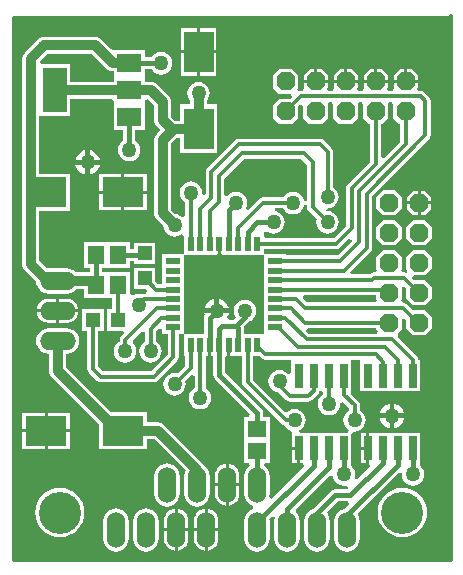
<source format=gtl>
%FSLAX44Y44*%
%MOMM*%
G71*
G01*
G75*
G04 Layer_Physical_Order=1*
G04 Layer_Color=255*
%ADD10R,0.5588X1.2700*%
%ADD11R,1.2700X0.5588*%
%ADD12R,2.5146X3.5052*%
%ADD13R,3.5052X2.5146*%
%ADD14R,1.3208X1.6002*%
%ADD15R,1.2192X1.2192*%
%ADD16R,0.6604X2.0320*%
%ADD17R,1.2192X1.2192*%
%ADD18R,2.0066X1.5240*%
%ADD19R,2.0066X3.8100*%
%ADD20R,1.6002X1.3208*%
%ADD21C,0.8128*%
%ADD22C,0.4064*%
%ADD23C,0.3048*%
%ADD24C,0.3050*%
%ADD25C,0.4060*%
%ADD26C,0.2540*%
G04:AMPARAMS|DCode=27|XSize=1.524mm|YSize=1.524mm|CornerRadius=0mm|HoleSize=0mm|Usage=FLASHONLY|Rotation=0.000|XOffset=0mm|YOffset=0mm|HoleType=Round|Shape=Octagon|*
%AMOCTAGOND27*
4,1,8,0.7620,-0.3810,0.7620,0.3810,0.3810,0.7620,-0.3810,0.7620,-0.7620,0.3810,-0.7620,-0.3810,-0.3810,-0.7620,0.3810,-0.7620,0.7620,-0.3810,0.0*
%
%ADD27OCTAGOND27*%

%ADD28O,3.0480X1.5240*%
%ADD29O,1.5240X3.0480*%
G04:AMPARAMS|DCode=30|XSize=1.524mm|YSize=1.524mm|CornerRadius=0mm|HoleSize=0mm|Usage=FLASHONLY|Rotation=270.000|XOffset=0mm|YOffset=0mm|HoleType=Round|Shape=Octagon|*
%AMOCTAGOND30*
4,1,8,-0.3810,-0.7620,0.3810,-0.7620,0.7620,-0.3810,0.7620,0.3810,0.3810,0.7620,-0.3810,0.7620,-0.7620,0.3810,-0.7620,-0.3810,-0.3810,-0.7620,0.0*
%
%ADD30OCTAGOND30*%

%ADD31C,3.5560*%
%ADD32C,1.2700*%
G36*
X370000Y-0D02*
X370000Y-0D01*
X-0D01*
X-0Y457460D01*
X2540Y460000D01*
X370000D01*
Y-0D01*
D02*
G37*
%LPC*%
G36*
X299431Y106946D02*
X294859D01*
Y95516D01*
X299431D01*
Y106946D01*
D02*
G37*
G36*
X48526Y107950D02*
X29730D01*
Y94107D01*
X48526D01*
Y107950D01*
D02*
G37*
G36*
Y124333D02*
X29730D01*
Y110490D01*
X48526D01*
Y124333D01*
D02*
G37*
G36*
X27190D02*
X8394D01*
Y110490D01*
X27190D01*
Y124333D01*
D02*
G37*
G36*
X182880Y81201D02*
Y64770D01*
X191858D01*
Y71120D01*
X191509Y73772D01*
X190485Y76244D01*
X188856Y78366D01*
X186734Y79995D01*
X184262Y81018D01*
X182880Y81201D01*
D02*
G37*
G36*
X180340D02*
X178958Y81018D01*
X176486Y79995D01*
X174364Y78366D01*
X172735Y76244D01*
X171712Y73772D01*
X171362Y71120D01*
Y64770D01*
X180340D01*
Y81201D01*
D02*
G37*
G36*
X27190Y107950D02*
X8394D01*
Y94107D01*
X27190D01*
Y107950D01*
D02*
G37*
G36*
X299431Y92976D02*
X294859D01*
Y81546D01*
X299431D01*
Y92976D01*
D02*
G37*
G36*
X55800Y209550D02*
X39370D01*
Y200572D01*
X45720D01*
X48372Y200921D01*
X50844Y201945D01*
X52966Y203574D01*
X54595Y205696D01*
X55619Y208168D01*
X55800Y209550D01*
D02*
G37*
G36*
X36830D02*
X20399D01*
X20582Y208168D01*
X21605Y205696D01*
X23234Y203574D01*
X25356Y201945D01*
X27828Y200921D01*
X30480Y200572D01*
X36830D01*
Y209550D01*
D02*
G37*
G36*
X45720Y221068D02*
X39370D01*
Y212090D01*
X55800D01*
X55619Y213472D01*
X54595Y215944D01*
X52966Y218066D01*
X50844Y219695D01*
X48372Y220718D01*
X45720Y221068D01*
D02*
G37*
G36*
X36830D02*
X30480D01*
X27828Y220718D01*
X25356Y219695D01*
X23234Y218066D01*
X21605Y215944D01*
X20582Y213472D01*
X20399Y212090D01*
X36830D01*
Y221068D01*
D02*
G37*
G36*
X331546Y119888D02*
X323342D01*
Y111684D01*
X324029Y111774D01*
X326562Y112823D01*
X328737Y114493D01*
X330407Y116668D01*
X331456Y119201D01*
X331546Y119888D01*
D02*
G37*
G36*
X319278D02*
X311074D01*
X311164Y119201D01*
X312213Y116668D01*
X313883Y114493D01*
X316058Y112823D01*
X318591Y111774D01*
X319278Y111684D01*
Y119888D01*
D02*
G37*
G36*
X323342Y132156D02*
Y123952D01*
X331546D01*
X331456Y124639D01*
X330407Y127172D01*
X328737Y129347D01*
X326562Y131017D01*
X324029Y132066D01*
X323342Y132156D01*
D02*
G37*
G36*
X319278D02*
X318591Y132066D01*
X316058Y131017D01*
X313883Y129347D01*
X312213Y127172D01*
X311164Y124639D01*
X311074Y123952D01*
X319278D01*
Y132156D01*
D02*
G37*
G36*
X174078Y24130D02*
X165100D01*
Y7699D01*
X166482Y7882D01*
X168954Y8905D01*
X171076Y10534D01*
X172705Y12656D01*
X173729Y15128D01*
X174078Y17780D01*
Y24130D01*
D02*
G37*
G36*
X162560D02*
X153582D01*
Y17780D01*
X153932Y15128D01*
X154955Y12656D01*
X156584Y10534D01*
X158706Y8905D01*
X161178Y7882D01*
X162560Y7699D01*
Y24130D01*
D02*
G37*
G36*
X330000Y60929D02*
X325917Y60527D01*
X321991Y59336D01*
X318373Y57402D01*
X315201Y54799D01*
X312598Y51627D01*
X310664Y48009D01*
X309473Y44083D01*
X309071Y40000D01*
X309473Y35917D01*
X310664Y31991D01*
X312598Y28373D01*
X315201Y25201D01*
X318373Y22598D01*
X321991Y20664D01*
X325917Y19473D01*
X330000Y19071D01*
X334083Y19473D01*
X338009Y20664D01*
X341627Y22598D01*
X344799Y25201D01*
X347402Y28373D01*
X349336Y31991D01*
X350527Y35917D01*
X350929Y40000D01*
X350527Y44083D01*
X349336Y48009D01*
X347402Y51627D01*
X344799Y54799D01*
X341627Y57402D01*
X338009Y59336D01*
X334083Y60527D01*
X330000Y60929D01*
D02*
G37*
G36*
X40000D02*
X35917Y60527D01*
X31991Y59336D01*
X28373Y57402D01*
X25201Y54799D01*
X22598Y51627D01*
X20664Y48009D01*
X19473Y44083D01*
X19071Y40000D01*
X19473Y35917D01*
X20664Y31991D01*
X22598Y28373D01*
X25201Y25201D01*
X28373Y22598D01*
X31991Y20664D01*
X35917Y19473D01*
X40000Y19071D01*
X44083Y19473D01*
X48009Y20664D01*
X51627Y22598D01*
X54799Y25201D01*
X57402Y28373D01*
X59336Y31991D01*
X60527Y35917D01*
X60929Y40000D01*
X60527Y44083D01*
X59336Y48009D01*
X57402Y51627D01*
X54799Y54799D01*
X51627Y57402D01*
X48009Y59336D01*
X44083Y60527D01*
X40000Y60929D01*
D02*
G37*
G36*
X113030Y43780D02*
X110245Y43413D01*
X107650Y42339D01*
X105421Y40628D01*
X103712Y38400D01*
X102637Y35805D01*
X102270Y33020D01*
Y17780D01*
X102637Y14995D01*
X103712Y12400D01*
X105421Y10172D01*
X107650Y8461D01*
X110245Y7387D01*
X113030Y7020D01*
X115815Y7387D01*
X118410Y8461D01*
X120639Y10172D01*
X122348Y12400D01*
X123423Y14995D01*
X123790Y17780D01*
Y33020D01*
X123423Y35805D01*
X122348Y38400D01*
X120639Y40628D01*
X118410Y42339D01*
X115815Y43413D01*
X113030Y43780D01*
D02*
G37*
G36*
X87630D02*
X84845Y43413D01*
X82250Y42339D01*
X80021Y40628D01*
X78312Y38400D01*
X77237Y35805D01*
X76870Y33020D01*
Y17780D01*
X77237Y14995D01*
X78312Y12400D01*
X80021Y10172D01*
X82250Y8461D01*
X84845Y7387D01*
X87630Y7020D01*
X90415Y7387D01*
X93010Y8461D01*
X95239Y10172D01*
X96948Y12400D01*
X98023Y14995D01*
X98390Y17780D01*
Y33020D01*
X98023Y35805D01*
X96948Y38400D01*
X95239Y40628D01*
X93010Y42339D01*
X90415Y43413D01*
X87630Y43780D01*
D02*
G37*
G36*
X148678Y24130D02*
X139700D01*
Y7699D01*
X141082Y7882D01*
X143554Y8905D01*
X145676Y10534D01*
X147305Y12656D01*
X148329Y15128D01*
X148678Y17780D01*
Y24130D01*
D02*
G37*
G36*
X137160D02*
X128182D01*
Y17780D01*
X128532Y15128D01*
X129555Y12656D01*
X131184Y10534D01*
X133306Y8905D01*
X135778Y7882D01*
X137160Y7699D01*
Y24130D01*
D02*
G37*
G36*
X45720Y196180D02*
X30480D01*
X27695Y195813D01*
X25100Y194739D01*
X22871Y193029D01*
X21161Y190800D01*
X20087Y188205D01*
X19720Y185420D01*
X20087Y182635D01*
X21161Y180040D01*
X22871Y177812D01*
X25100Y176101D01*
X27695Y175027D01*
X30480Y174660D01*
X30927D01*
Y160020D01*
X31171Y158163D01*
X31381Y157657D01*
X31888Y156433D01*
X33028Y154948D01*
X72898Y115077D01*
Y93599D01*
X114046D01*
Y102047D01*
X120219D01*
X146562Y75704D01*
X145817Y73905D01*
X145450Y71120D01*
Y55880D01*
X145817Y53095D01*
X146891Y50500D01*
X148602Y48271D01*
X150830Y46561D01*
X153425Y45487D01*
X156210Y45120D01*
X158995Y45487D01*
X161590Y46561D01*
X163818Y48271D01*
X165529Y50500D01*
X166603Y53095D01*
X166970Y55880D01*
Y71120D01*
X166603Y73905D01*
X165529Y76500D01*
X163818Y78728D01*
X162398Y79819D01*
X161282Y81272D01*
X128262Y114292D01*
X126777Y115432D01*
X125553Y115939D01*
X125047Y116149D01*
X123190Y116393D01*
X114046D01*
Y124841D01*
X83424D01*
X45273Y162991D01*
Y174660D01*
X45720D01*
X48505Y175027D01*
X51100Y176101D01*
X53328Y177812D01*
X55038Y180040D01*
X56113Y182635D01*
X56480Y185420D01*
X56113Y188205D01*
X55038Y190800D01*
X53328Y193029D01*
X51100Y194739D01*
X48505Y195813D01*
X45720Y196180D01*
D02*
G37*
G36*
X130810Y81880D02*
X128025Y81513D01*
X125430Y80438D01*
X123202Y78728D01*
X121491Y76500D01*
X120417Y73905D01*
X120050Y71120D01*
Y55880D01*
X120417Y53095D01*
X121491Y50500D01*
X123202Y48271D01*
X125430Y46561D01*
X128025Y45487D01*
X130810Y45120D01*
X133595Y45487D01*
X136190Y46561D01*
X138419Y48271D01*
X140128Y50500D01*
X141203Y53095D01*
X141570Y55880D01*
Y71120D01*
X141203Y73905D01*
X140128Y76500D01*
X138419Y78728D01*
X136190Y80438D01*
X133595Y81513D01*
X130810Y81880D01*
D02*
G37*
G36*
X191858Y62230D02*
X182880D01*
Y45799D01*
X184262Y45981D01*
X186734Y47005D01*
X188856Y48634D01*
X190485Y50756D01*
X191509Y53228D01*
X191858Y55880D01*
Y62230D01*
D02*
G37*
G36*
X180340D02*
X171362D01*
Y55880D01*
X171712Y53228D01*
X172735Y50756D01*
X174364Y48634D01*
X176486Y47005D01*
X178958Y45981D01*
X180340Y45799D01*
Y62230D01*
D02*
G37*
G36*
X139700Y43101D02*
Y26670D01*
X148678D01*
Y33020D01*
X148329Y35672D01*
X147305Y38144D01*
X145676Y40266D01*
X143554Y41895D01*
X141082Y42919D01*
X139700Y43101D01*
D02*
G37*
G36*
X137160D02*
X135778Y42919D01*
X133306Y41895D01*
X131184Y40266D01*
X129555Y38144D01*
X128532Y35672D01*
X128182Y33020D01*
Y26670D01*
X137160D01*
Y43101D01*
D02*
G37*
G36*
X165100D02*
Y26670D01*
X174078D01*
Y33020D01*
X173729Y35672D01*
X172705Y38144D01*
X171076Y40266D01*
X168954Y41895D01*
X166482Y42919D01*
X165100Y43101D01*
D02*
G37*
G36*
X162560D02*
X161178Y42919D01*
X158706Y41895D01*
X156584Y40266D01*
X154955Y38144D01*
X153932Y35672D01*
X153582Y33020D01*
Y26670D01*
X162560D01*
Y43101D01*
D02*
G37*
G36*
X69850Y442783D02*
X26670D01*
X24813Y442539D01*
X24307Y442329D01*
X23083Y441822D01*
X21598Y440682D01*
X10168Y429252D01*
X9028Y427767D01*
X8521Y426543D01*
X8311Y426037D01*
X8067Y424180D01*
Y326771D01*
X7874D01*
Y295529D01*
X8067D01*
Y250190D01*
X8311Y248333D01*
X8521Y247827D01*
X9028Y246603D01*
X10168Y245118D01*
X19819Y235466D01*
X20087Y233435D01*
X21161Y230840D01*
X22871Y228612D01*
X25100Y226901D01*
X27695Y225827D01*
X30480Y225460D01*
X45720D01*
X48505Y225827D01*
X51100Y226901D01*
X53328Y228612D01*
X53662Y229047D01*
X60858D01*
Y221361D01*
X84578D01*
Y212344D01*
X80096D01*
Y194056D01*
X93275D01*
X94247Y191709D01*
X91954Y189416D01*
X90943Y187904D01*
X90884Y187608D01*
X90588Y186120D01*
Y184771D01*
X90511Y184739D01*
X88547Y183233D01*
X87041Y181269D01*
X86094Y178983D01*
X85771Y176530D01*
X86094Y174077D01*
X87041Y171791D01*
X88547Y169827D01*
X90511Y168321D01*
X92797Y167374D01*
X95250Y167051D01*
X97703Y167374D01*
X99990Y168321D01*
X101953Y169827D01*
X103459Y171791D01*
X104406Y174077D01*
X104729Y176530D01*
X104406Y178983D01*
X103459Y181269D01*
X101953Y183233D01*
X101785Y183362D01*
X101619Y185896D01*
X109638Y193916D01*
X112178Y192864D01*
Y184771D01*
X112100Y184739D01*
X110137Y183233D01*
X108631Y181269D01*
X107684Y178983D01*
X107361Y176530D01*
X107684Y174077D01*
X108631Y171791D01*
X110137Y169827D01*
X112100Y168321D01*
X114387Y167374D01*
X116840Y167051D01*
X119293Y167374D01*
X121580Y168321D01*
X123543Y169827D01*
X125049Y171791D01*
X125996Y174077D01*
X126319Y176530D01*
X125996Y178983D01*
X125049Y181269D01*
X123543Y183233D01*
X121580Y184739D01*
X121502Y184771D01*
Y193649D01*
X124399Y196547D01*
X126746Y195575D01*
Y190948D01*
X131422D01*
Y173575D01*
X117449Y159602D01*
X76861D01*
X72734Y163729D01*
Y194056D01*
X77216D01*
Y212344D01*
X58928D01*
Y194056D01*
X63410D01*
Y161798D01*
X63706Y160310D01*
X63765Y160014D01*
X64776Y158502D01*
X71634Y151644D01*
X73146Y150633D01*
X74930Y150278D01*
X119380D01*
X120868Y150574D01*
X121164Y150633D01*
X122676Y151644D01*
X139380Y168348D01*
X140391Y169860D01*
X140746Y171644D01*
Y190948D01*
X145034D01*
Y172466D01*
X146214D01*
Y164237D01*
X139691Y157714D01*
X139613Y157746D01*
X137160Y158069D01*
X134707Y157746D01*
X132421Y156799D01*
X130457Y155293D01*
X128951Y153329D01*
X128004Y151043D01*
X127681Y148590D01*
X128004Y146137D01*
X128951Y143850D01*
X130457Y141887D01*
X132421Y140381D01*
X134707Y139434D01*
X137160Y139111D01*
X139613Y139434D01*
X141899Y140381D01*
X143863Y141887D01*
X145369Y143850D01*
X146316Y146137D01*
X146639Y148590D01*
X146316Y151043D01*
X146284Y151121D01*
X151802Y156640D01*
X154342Y155588D01*
Y145507D01*
X154010Y145369D01*
X152047Y143863D01*
X150541Y141899D01*
X149594Y139613D01*
X149271Y137160D01*
X149594Y134707D01*
X150541Y132421D01*
X152047Y130457D01*
X154010Y128951D01*
X156297Y128004D01*
X158750Y127681D01*
X161203Y128004D01*
X163489Y128951D01*
X165453Y130457D01*
X166959Y132421D01*
X167906Y134707D01*
X168229Y137160D01*
X167906Y139613D01*
X166959Y141899D01*
X165453Y143863D01*
X163666Y145234D01*
Y172466D01*
X164846D01*
Y172974D01*
X165608D01*
Y181864D01*
X168148D01*
Y172974D01*
X169164D01*
Y172466D01*
X169827D01*
Y156464D01*
X170221Y154482D01*
X171343Y152802D01*
X200853Y123292D01*
X199801Y120752D01*
X195961D01*
Y101448D01*
Y82296D01*
X199878D01*
X200741Y79756D01*
X199401Y78728D01*
X197691Y76500D01*
X196617Y73905D01*
X196250Y71120D01*
Y55880D01*
X196617Y53095D01*
X197691Y50500D01*
X199401Y48271D01*
X201630Y46561D01*
X203565Y45760D01*
Y43140D01*
X201630Y42339D01*
X199401Y40628D01*
X197691Y38400D01*
X196617Y35805D01*
X196250Y33020D01*
Y17780D01*
X196617Y14995D01*
X197691Y12400D01*
X199401Y10172D01*
X201630Y8461D01*
X204225Y7387D01*
X207010Y7020D01*
X209795Y7387D01*
X212390Y8461D01*
X214618Y10172D01*
X216329Y12400D01*
X217403Y14995D01*
X217770Y17780D01*
Y33020D01*
X217518Y34933D01*
X219888Y37303D01*
X222041Y35864D01*
X222017Y35805D01*
X221650Y33020D01*
Y17780D01*
X222017Y14995D01*
X223092Y12400D01*
X224802Y10172D01*
X227030Y8461D01*
X229625Y7387D01*
X232410Y7020D01*
X235195Y7387D01*
X237790Y8461D01*
X240019Y10172D01*
X241728Y12400D01*
X242803Y14995D01*
X243170Y17780D01*
Y33020D01*
X242803Y35805D01*
X241728Y38400D01*
X240019Y40628D01*
X239942Y40687D01*
X239776Y43221D01*
X268694Y72139D01*
X271348Y71200D01*
X271514Y69937D01*
X272461Y67650D01*
X273967Y65687D01*
X275931Y64181D01*
X278217Y63234D01*
X280670Y62911D01*
X282590Y63164D01*
X283626Y61949D01*
X284041Y60887D01*
X283193Y59790D01*
X273050D01*
X271068Y59395D01*
X269387Y58273D01*
X254177Y43062D01*
X252430Y42339D01*
X250201Y40628D01*
X248491Y38400D01*
X247417Y35805D01*
X247050Y33020D01*
Y17780D01*
X247417Y14995D01*
X248491Y12400D01*
X250201Y10172D01*
X252430Y8461D01*
X255025Y7387D01*
X257810Y7020D01*
X260595Y7387D01*
X263190Y8461D01*
X265418Y10172D01*
X267129Y12400D01*
X268203Y14995D01*
X268570Y17780D01*
Y33020D01*
X268203Y35805D01*
X267129Y38400D01*
X265842Y40077D01*
X275195Y49430D01*
X284084D01*
X285136Y46891D01*
X281846Y43601D01*
X280425Y43413D01*
X277830Y42339D01*
X275602Y40628D01*
X273892Y38400D01*
X272817Y35805D01*
X272450Y33020D01*
Y17780D01*
X272817Y14995D01*
X273892Y12400D01*
X275602Y10172D01*
X277830Y8461D01*
X280425Y7387D01*
X283210Y7020D01*
X285995Y7387D01*
X288590Y8461D01*
X290819Y10172D01*
X292528Y12400D01*
X293603Y14995D01*
X293970Y17780D01*
Y33020D01*
X293603Y35805D01*
X292528Y38400D01*
X291993Y39098D01*
X327316Y74421D01*
X329722Y73234D01*
X329611Y72390D01*
X329934Y69937D01*
X330881Y67650D01*
X332387Y65687D01*
X334351Y64181D01*
X336637Y63234D01*
X339090Y62911D01*
X341543Y63234D01*
X343829Y64181D01*
X345793Y65687D01*
X347299Y67650D01*
X348246Y69937D01*
X348569Y72390D01*
X348246Y74843D01*
X347299Y77130D01*
X346037Y78774D01*
X345151Y81038D01*
Y81038D01*
X345151Y81038D01*
X345151Y81038D01*
Y107454D01*
X307051D01*
Y107454D01*
X306543Y106946D01*
X301971D01*
Y94246D01*
Y81546D01*
X302043D01*
X303015Y79200D01*
X291744Y67929D01*
X289590Y69367D01*
X289826Y69937D01*
X290149Y72390D01*
X289826Y74843D01*
X288879Y77130D01*
X287617Y78774D01*
X286731Y81038D01*
Y81038D01*
X286731Y81038D01*
X286731Y81038D01*
Y106461D01*
X288739Y108739D01*
X289560Y108631D01*
X292013Y108954D01*
X294300Y109901D01*
X296263Y111407D01*
X297769Y113371D01*
X298716Y115657D01*
X299039Y118110D01*
X298716Y120563D01*
X297769Y122850D01*
X296263Y124813D01*
X294300Y126319D01*
X294222Y126351D01*
Y130810D01*
X293867Y132594D01*
X292856Y134106D01*
X286919Y140044D01*
X286731Y142506D01*
X286731Y142506D01*
X286731Y142506D01*
Y166788D01*
X286731Y168922D01*
X289103Y169328D01*
X291979D01*
X294351Y168922D01*
Y142506D01*
X345151D01*
Y168922D01*
X343462D01*
Y169199D01*
X343108Y170983D01*
X342097Y172495D01*
X326148Y188444D01*
X326043Y191931D01*
X329438Y195326D01*
Y203702D01*
X331676Y204666D01*
X333502Y203195D01*
Y195326D01*
X338836Y189992D01*
X349504D01*
X354838Y195326D01*
Y205994D01*
X349504Y211328D01*
X338836D01*
X338830Y211322D01*
X333496Y216656D01*
X331984Y217667D01*
X331688Y217726D01*
X330305Y218001D01*
X329671Y218943D01*
X329080Y220368D01*
X329438Y220726D01*
Y230607D01*
X331790Y231847D01*
X333502Y230136D01*
Y220726D01*
X338836Y215392D01*
X349504D01*
X354838Y220726D01*
Y231394D01*
X349504Y236728D01*
X340094D01*
X338383Y238440D01*
X339622Y240792D01*
X349504D01*
X354838Y246126D01*
Y256794D01*
X349504Y262128D01*
X338836D01*
X333502Y256794D01*
Y246126D01*
X334396Y245232D01*
X333663Y243842D01*
X332958Y243126D01*
X331470Y243422D01*
X330052D01*
X329080Y245768D01*
X329438Y246126D01*
Y256794D01*
X324104Y262128D01*
X313436D01*
X308102Y256794D01*
Y246126D01*
X308460Y245768D01*
X307488Y243422D01*
X306070D01*
X304582Y243126D01*
X304286Y243067D01*
X302774Y242056D01*
X302361Y241644D01*
X287115D01*
X286143Y243990D01*
X303016Y260864D01*
X304027Y262376D01*
X304086Y262672D01*
X304382Y264160D01*
Y307949D01*
X352546Y356114D01*
X353221Y357124D01*
X353557Y357626D01*
X353912Y359410D01*
Y388620D01*
X353616Y390108D01*
X353557Y390404D01*
X352546Y391916D01*
X348736Y395726D01*
X347224Y396737D01*
X346928Y396796D01*
X345440Y397092D01*
X343260D01*
X342288Y399438D01*
X342900Y400050D01*
Y403860D01*
X322580D01*
Y400050D01*
X323192Y399438D01*
X322220Y397092D01*
X317860D01*
X316888Y399438D01*
X317500Y400050D01*
Y403860D01*
X297180D01*
Y400050D01*
X297792Y399438D01*
X296820Y397092D01*
X292460D01*
X291488Y399438D01*
X292100Y400050D01*
Y403860D01*
X271780D01*
Y400050D01*
X272392Y399438D01*
X271420Y397092D01*
X267060D01*
X266088Y399438D01*
X266700Y400050D01*
Y403860D01*
X246380D01*
Y400050D01*
X246992Y399438D01*
X246020Y397092D01*
X243840D01*
X242352Y396796D01*
X241647Y397512D01*
X240914Y398902D01*
X241808Y399796D01*
Y410464D01*
X236474Y415798D01*
X225806D01*
X220472Y410464D01*
Y399796D01*
X225806Y394462D01*
X235687D01*
X236927Y392110D01*
X235216Y390398D01*
X225806D01*
X220472Y385064D01*
Y374396D01*
X225806Y369062D01*
X236474D01*
X241808Y374396D01*
Y383806D01*
X243520Y385517D01*
X245872Y384277D01*
Y374396D01*
X251206Y369062D01*
X261874D01*
X267208Y374396D01*
Y385064D01*
X266850Y385422D01*
X267822Y387768D01*
X270658D01*
X271630Y385422D01*
X271272Y385064D01*
Y374396D01*
X276606Y369062D01*
X287274D01*
X292608Y374396D01*
Y385064D01*
X292250Y385422D01*
X293222Y387768D01*
X296058D01*
X297030Y385422D01*
X296672Y385064D01*
Y374396D01*
X302006Y369062D01*
X302678D01*
Y337211D01*
X283724Y318256D01*
X282713Y316744D01*
X282654Y316448D01*
X282358Y314960D01*
Y282601D01*
X272135Y272378D01*
X214708D01*
X213248Y273838D01*
X212912Y274918D01*
Y275099D01*
X212950Y275955D01*
X213331Y277273D01*
X213335Y277277D01*
X213870Y277761D01*
X216241Y277541D01*
D01*
X216241Y277541D01*
X216241Y277541D01*
X218527Y276594D01*
X220980Y276271D01*
X223433Y276594D01*
X225720Y277541D01*
X227683Y279047D01*
X229189Y281010D01*
X230136Y283297D01*
X230459Y285750D01*
X230136Y288203D01*
X229189Y290490D01*
X227683Y292453D01*
X225720Y293959D01*
X223433Y294906D01*
X222276Y295058D01*
X222443Y297598D01*
X229249D01*
X229281Y297521D01*
X230787Y295557D01*
X232750Y294051D01*
X235037Y293104D01*
X237490Y292781D01*
X239943Y293104D01*
X242229Y294051D01*
X244193Y295557D01*
X245699Y297521D01*
X246646Y299807D01*
X246798Y300964D01*
X249338Y300797D01*
Y298450D01*
X249634Y296962D01*
X249693Y296666D01*
X250704Y295154D01*
X257576Y288281D01*
X257544Y288203D01*
X257221Y285750D01*
X257544Y283297D01*
X258491Y281010D01*
X259997Y279047D01*
X261961Y277541D01*
X264247Y276594D01*
X266700Y276271D01*
X269153Y276594D01*
X271439Y277541D01*
X273403Y279047D01*
X274909Y281010D01*
X275856Y283297D01*
X276179Y285750D01*
X275856Y288203D01*
X274909Y290490D01*
X273403Y292453D01*
X271439Y293959D01*
X269153Y294906D01*
X266700Y295229D01*
X265586Y295082D01*
X265289Y295485D01*
X266692Y297862D01*
X266700Y297861D01*
X269153Y298184D01*
X271439Y299131D01*
X273403Y300637D01*
X274909Y302600D01*
X275856Y304887D01*
X276179Y307340D01*
X275856Y309793D01*
X274909Y312080D01*
X273403Y314043D01*
X271439Y315549D01*
X271362Y315581D01*
Y345440D01*
X271007Y347224D01*
X270671Y347726D01*
X269996Y348736D01*
X263646Y355086D01*
X262134Y356097D01*
X261838Y356156D01*
X260350Y356452D01*
X191770D01*
X189986Y356097D01*
X188474Y355086D01*
X164852Y331464D01*
X163841Y329952D01*
X163782Y329656D01*
X163486Y328168D01*
Y309826D01*
X162511Y309053D01*
X160285Y310365D01*
X160355Y310896D01*
X160032Y313349D01*
X159085Y315636D01*
X157579Y317599D01*
X155616Y319105D01*
X153329Y320052D01*
X150876Y320375D01*
X148423Y320052D01*
X146137Y319105D01*
X144173Y317599D01*
X142667Y315636D01*
X141720Y313349D01*
X141397Y310896D01*
X141720Y308443D01*
X142667Y306157D01*
X144173Y304193D01*
X146137Y302687D01*
X146214Y302654D01*
Y291020D01*
X144496Y290211D01*
X143674Y290057D01*
X141899Y291419D01*
X139613Y292366D01*
X137927Y292588D01*
X134173Y296341D01*
Y352629D01*
X138861Y357317D01*
X141859D01*
Y344424D01*
X173101D01*
Y385572D01*
X164653D01*
Y388881D01*
X165689Y390230D01*
X166636Y392517D01*
X166959Y394970D01*
X166636Y397423D01*
X165689Y399710D01*
X164183Y401673D01*
X162220Y403179D01*
X159933Y404126D01*
X157480Y404449D01*
X155027Y404126D01*
X152740Y403179D01*
X150777Y401673D01*
X149271Y399710D01*
X148324Y397423D01*
X148001Y394970D01*
X148324Y392517D01*
X149271Y390230D01*
X150307Y388881D01*
Y385572D01*
X141859D01*
Y371663D01*
X137591D01*
X134173Y375081D01*
Y387350D01*
X133929Y389207D01*
X133212Y390937D01*
X132072Y392422D01*
X121912Y402582D01*
X120427Y403722D01*
X119203Y404229D01*
X118697Y404439D01*
X116840Y404683D01*
X111891D01*
Y408178D01*
X111891D01*
Y409956D01*
X111891D01*
Y415191D01*
X117858D01*
X119027Y413667D01*
X120990Y412161D01*
X123277Y411214D01*
X125730Y410891D01*
X128183Y411214D01*
X130470Y412161D01*
X132433Y413667D01*
X133939Y415630D01*
X134886Y417917D01*
X135209Y420370D01*
X134886Y422823D01*
X133939Y425109D01*
X132433Y427073D01*
X130470Y428579D01*
X128183Y429526D01*
X125730Y429849D01*
X123277Y429526D01*
X120990Y428579D01*
X119027Y427073D01*
X117858Y425550D01*
X111891D01*
Y431292D01*
X85729D01*
X85729Y431292D01*
Y431292D01*
X83484Y432121D01*
X74922Y440682D01*
X73437Y441822D01*
X72213Y442329D01*
X71707Y442539D01*
X69850Y442783D01*
D02*
G37*
G36*
X349250Y312420D02*
X345440D01*
Y303530D01*
X354330D01*
Y307340D01*
X349250Y312420D01*
D02*
G37*
G36*
X337820Y415290D02*
X334010D01*
Y406400D01*
X342900D01*
Y410210D01*
X337820Y415290D01*
D02*
G37*
G36*
X331470D02*
X327660D01*
X322580Y410210D01*
Y406400D01*
X331470D01*
Y415290D01*
D02*
G37*
G36*
X172593Y428740D02*
X158750D01*
Y409944D01*
X172593D01*
Y428740D01*
D02*
G37*
G36*
X156210D02*
X142367D01*
Y409944D01*
X156210D01*
Y428740D01*
D02*
G37*
G36*
X342900Y312420D02*
X339090D01*
X334010Y307340D01*
Y303530D01*
X342900D01*
Y312420D01*
D02*
G37*
G36*
X280670Y415290D02*
X276860D01*
X271780Y410210D01*
Y406400D01*
X280670D01*
Y415290D01*
D02*
G37*
G36*
X261620D02*
X257810D01*
Y406400D01*
X266700D01*
Y410210D01*
X261620Y415290D01*
D02*
G37*
G36*
X255270D02*
X251460D01*
X246380Y410210D01*
Y406400D01*
X255270D01*
Y415290D01*
D02*
G37*
G36*
X312420D02*
X308610D01*
Y406400D01*
X317500D01*
Y410210D01*
X312420Y415290D01*
D02*
G37*
G36*
X306070D02*
X302260D01*
X297180Y410210D01*
Y406400D01*
X306070D01*
Y415290D01*
D02*
G37*
G36*
X287020D02*
X283210D01*
Y406400D01*
X292100D01*
Y410210D01*
X287020Y415290D01*
D02*
G37*
G36*
X354330Y300990D02*
X345440D01*
Y292100D01*
X349250D01*
X354330Y297180D01*
Y300990D01*
D02*
G37*
G36*
X324104Y287528D02*
X313436D01*
X308102Y282194D01*
Y271526D01*
X313436Y266192D01*
X324104D01*
X329438Y271526D01*
Y282194D01*
X324104Y287528D01*
D02*
G37*
G36*
X156210Y450076D02*
X142367D01*
Y431280D01*
X156210D01*
Y450076D01*
D02*
G37*
G36*
X172593D02*
X158750D01*
Y431280D01*
X172593D01*
Y450076D01*
D02*
G37*
G36*
X324104Y312928D02*
X313436D01*
X308102Y307594D01*
Y296926D01*
X313436Y291592D01*
X324104D01*
X329438Y296926D01*
Y307594D01*
X324104Y312928D01*
D02*
G37*
G36*
X349504Y287528D02*
X338836D01*
X333502Y282194D01*
Y271526D01*
X338836Y266192D01*
X349504D01*
X354838Y271526D01*
Y282194D01*
X349504Y287528D01*
D02*
G37*
G36*
X342900Y300990D02*
X334010D01*
Y297180D01*
X339090Y292100D01*
X342900D01*
Y300990D01*
D02*
G37*
%LPD*%
G36*
X308102Y220726D02*
X308460Y220368D01*
X307488Y218022D01*
X249581D01*
X245950Y221652D01*
X247002Y224192D01*
X308102D01*
Y220726D01*
D02*
G37*
G36*
X85729Y388541D02*
Y387718D01*
X85729Y386842D01*
Y386010D01*
Y385178D01*
X85729Y384302D01*
Y363842D01*
X93631D01*
Y354832D01*
X92107Y353663D01*
X90601Y351700D01*
X89654Y349413D01*
X89331Y346960D01*
X89654Y344507D01*
X90601Y342220D01*
X92107Y340257D01*
X94070Y338751D01*
X96357Y337804D01*
X98810Y337481D01*
X101263Y337804D01*
X103550Y338751D01*
X105513Y340257D01*
X107019Y342220D01*
X107966Y344507D01*
X108289Y346960D01*
X107966Y349413D01*
X107019Y351700D01*
X105513Y353663D01*
X103989Y354832D01*
Y363842D01*
X111891D01*
Y384302D01*
X111891Y385178D01*
Y386010D01*
Y386842D01*
X111891Y387718D01*
Y388979D01*
X114431Y389774D01*
X119827Y384379D01*
Y372110D01*
X120071Y370253D01*
X120281Y369747D01*
X120788Y368523D01*
X121928Y367038D01*
X125110Y363855D01*
X121928Y360672D01*
X120788Y359187D01*
X120281Y357963D01*
X120071Y357457D01*
X119827Y355600D01*
Y293370D01*
X120071Y291513D01*
X120281Y291007D01*
X120788Y289783D01*
X121928Y288298D01*
X127782Y282444D01*
X128004Y280757D01*
X128951Y278470D01*
X130457Y276507D01*
X132421Y275001D01*
X134707Y274054D01*
X137160Y273731D01*
X139613Y274054D01*
X141899Y275001D01*
X142494Y275457D01*
X145034Y274204D01*
Y258826D01*
X126746D01*
Y247142D01*
Y239014D01*
Y233516D01*
X123089D01*
X120904Y235700D01*
Y247396D01*
X102616D01*
Y229108D01*
X113224D01*
X114067Y227993D01*
X112803Y225453D01*
X111570D01*
X109786Y225098D01*
X109498Y224905D01*
X109133Y225056D01*
X106680Y225379D01*
X104227Y225056D01*
X101940Y224109D01*
X101854Y224043D01*
X99314Y225295D01*
Y243459D01*
X75690D01*
Y246761D01*
X99314D01*
Y252631D01*
X102616D01*
Y250276D01*
X120904D01*
Y268564D01*
X102616D01*
Y262990D01*
X99314D01*
Y268859D01*
X60858D01*
Y246761D01*
X65331D01*
Y243459D01*
X60858D01*
Y243393D01*
X53662D01*
X53328Y243829D01*
X51100Y245539D01*
X48505Y246613D01*
X45720Y246980D01*
X30480D01*
X28814Y246761D01*
X22413Y253161D01*
Y295529D01*
X49022D01*
Y326771D01*
X22413D01*
Y372899D01*
X22479Y375412D01*
X48641D01*
Y390337D01*
X83933D01*
X85729Y388541D01*
D02*
G37*
G36*
X79764Y415552D02*
X81249Y414412D01*
X82473Y413905D01*
X82979Y413695D01*
X84836Y413451D01*
X85729D01*
Y409956D01*
X85729D01*
Y408178D01*
X85729D01*
Y404683D01*
X48641D01*
Y419608D01*
X24405D01*
X23353Y422148D01*
X29641Y428437D01*
X66879D01*
X79764Y415552D01*
D02*
G37*
G36*
X322430Y385422D02*
X322072Y385064D01*
Y374396D01*
X327406Y369062D01*
X328078D01*
Y353721D01*
X314348Y339991D01*
X312002Y340963D01*
Y369062D01*
X312674D01*
X318008Y374396D01*
Y385064D01*
X317650Y385422D01*
X318622Y387768D01*
X321458D01*
X322430Y385422D01*
D02*
G37*
G36*
X176276Y258826D02*
X177228D01*
Y258318D01*
X212598D01*
Y247142D01*
Y239014D01*
Y231140D01*
Y223012D01*
Y214948D01*
Y206948D01*
Y198948D01*
Y191262D01*
X196250D01*
Y196150D01*
X195951Y197649D01*
X200434Y202132D01*
X201590Y202611D01*
X203553Y204117D01*
X205059Y206080D01*
X206006Y208367D01*
X206329Y210820D01*
X206006Y213273D01*
X205059Y215560D01*
X203553Y217523D01*
X201590Y219029D01*
X199303Y219976D01*
X196850Y220299D01*
X194397Y219976D01*
X192111Y219029D01*
X190147Y217523D01*
X188641Y215560D01*
X187694Y213273D01*
X187371Y210820D01*
X187694Y208367D01*
X188641Y206080D01*
X189117Y205459D01*
X186957Y203300D01*
X183277D01*
X182315Y204794D01*
X181929Y205840D01*
X182866Y208101D01*
X182956Y208788D01*
X162484D01*
X162574Y208101D01*
X162682Y207841D01*
X162093Y206960D01*
X161698Y204978D01*
Y191262D01*
X145542D01*
Y198948D01*
Y206948D01*
Y214948D01*
Y223012D01*
Y231140D01*
Y239014D01*
Y247142D01*
Y258318D01*
X172720D01*
Y258826D01*
X173736D01*
Y267716D01*
X176276D01*
Y258826D01*
D02*
G37*
G36*
X249338Y334619D02*
Y303723D01*
X246798Y303556D01*
X246646Y304713D01*
X245699Y306999D01*
X244193Y308963D01*
X242229Y310469D01*
X239943Y311416D01*
X237490Y311739D01*
X235037Y311416D01*
X232750Y310469D01*
X230787Y308963D01*
X229281Y306999D01*
X229249Y306922D01*
X212090D01*
X210602Y306626D01*
X210306Y306567D01*
X208794Y305556D01*
X199543Y296306D01*
X197439Y297521D01*
X198386Y299807D01*
X198709Y302260D01*
X198386Y304713D01*
X197439Y306999D01*
X195933Y308963D01*
X193969Y310469D01*
X191683Y311416D01*
X189230Y311739D01*
X186777Y311416D01*
X184491Y310469D01*
X182527Y308963D01*
X181890Y308132D01*
X179350Y308995D01*
Y322618D01*
X196241Y339508D01*
X244449D01*
X249338Y334619D01*
D02*
G37*
G36*
X210832Y170694D02*
X211842Y170019D01*
X212344Y169683D01*
X214128Y169328D01*
X233559D01*
X235931Y168922D01*
X235931Y166788D01*
Y157876D01*
X233391Y157014D01*
X232763Y157833D01*
X230800Y159339D01*
X228513Y160286D01*
X226060Y160609D01*
X223607Y160286D01*
X221320Y159339D01*
X219357Y157833D01*
X217851Y155870D01*
X216904Y153583D01*
X216581Y151130D01*
X216904Y148677D01*
X217851Y146390D01*
X219357Y144427D01*
X221320Y142921D01*
X223607Y141974D01*
X224997Y141791D01*
X231654Y135134D01*
X233166Y134123D01*
X234950Y133768D01*
X250190D01*
X251678Y134064D01*
X251974Y134123D01*
X253486Y135134D01*
X258277Y139925D01*
X259288Y141437D01*
X259347Y141733D01*
X259500Y142506D01*
X262129D01*
X262567Y141625D01*
X262810Y139966D01*
X261267Y138783D01*
X259761Y136819D01*
X258814Y134533D01*
X258491Y132080D01*
X258814Y129627D01*
X259761Y127340D01*
X261267Y125377D01*
X263230Y123871D01*
X265517Y122924D01*
X267970Y122601D01*
X270423Y122924D01*
X272710Y123871D01*
X274673Y125377D01*
X276179Y127340D01*
X277126Y129627D01*
X277449Y132080D01*
X277350Y132836D01*
X279755Y134022D01*
X284898Y128879D01*
Y126351D01*
X284820Y126319D01*
X282857Y124813D01*
X281351Y122850D01*
X280404Y120563D01*
X280081Y118110D01*
X280404Y115657D01*
X281351Y113371D01*
X282857Y111407D01*
X284699Y109994D01*
X284718Y109734D01*
X283719Y107454D01*
X250453D01*
X249002Y107454D01*
X248631D01*
X246301Y106946D01*
X246091D01*
X243004D01*
X242498Y109486D01*
X243500Y109901D01*
X245463Y111407D01*
X246969Y113371D01*
X247916Y115657D01*
X248239Y118110D01*
X247916Y120563D01*
X246969Y122850D01*
X245463Y124813D01*
X243500Y126319D01*
X241213Y127266D01*
X238760Y127589D01*
X236307Y127266D01*
X234021Y126319D01*
X232057Y124813D01*
X231093Y124749D01*
X203732Y152111D01*
Y172466D01*
X209060D01*
X210832Y170694D01*
D02*
G37*
G36*
X184340Y172634D02*
X185228Y172466D01*
Y172466D01*
X194408D01*
Y150180D01*
X194704Y148692D01*
X194763Y148396D01*
X195774Y146884D01*
X227844Y114814D01*
X229356Y113803D01*
X229652Y113744D01*
X230463Y113583D01*
X230551Y113371D01*
X232057Y111407D01*
X234021Y109901D01*
X235730Y109193D01*
X236416Y107020D01*
X236439Y106608D01*
X236439Y106375D01*
Y95516D01*
X242281D01*
Y94246D01*
X243551D01*
Y81546D01*
X245889D01*
X246941Y79006D01*
X219532Y51597D01*
X217379Y53036D01*
X217403Y53095D01*
X217770Y55880D01*
Y71120D01*
X217403Y73905D01*
X216329Y76500D01*
X214618Y78728D01*
X213279Y79756D01*
X214142Y82296D01*
X218059D01*
Y101448D01*
Y120752D01*
X212190D01*
Y124460D01*
X211795Y126442D01*
X210672Y128123D01*
X180186Y158609D01*
Y170200D01*
X180848Y172466D01*
X181800Y172641D01*
Y181864D01*
X184340D01*
Y172634D01*
D02*
G37*
G36*
X287526Y270991D02*
X287667Y270129D01*
X275183Y257646D01*
X231394D01*
Y258826D01*
X212912D01*
Y263054D01*
X274066D01*
X275554Y263350D01*
X275850Y263409D01*
X277362Y264420D01*
X284808Y271866D01*
X287526Y270991D01*
D02*
G37*
G36*
X308102Y195326D02*
X309730Y193698D01*
X308758Y191352D01*
X250851D01*
X248744Y193458D01*
X249796Y195998D01*
X308102D01*
Y195326D01*
D02*
G37*
%LPC*%
G36*
X113526Y309880D02*
X94730D01*
Y296037D01*
X113526D01*
Y309880D01*
D02*
G37*
G36*
X92190Y326263D02*
X73394D01*
Y312420D01*
X92190D01*
Y326263D01*
D02*
G37*
G36*
Y309880D02*
X73394D01*
Y296037D01*
X92190D01*
Y309880D01*
D02*
G37*
G36*
X174752Y221056D02*
Y212852D01*
X182956D01*
X182866Y213539D01*
X181817Y216072D01*
X180147Y218247D01*
X177972Y219917D01*
X175439Y220966D01*
X174752Y221056D01*
D02*
G37*
G36*
X170688D02*
X170001Y220966D01*
X167468Y219917D01*
X165293Y218247D01*
X163623Y216072D01*
X162574Y213539D01*
X162484Y212852D01*
X170688D01*
Y221056D01*
D02*
G37*
G36*
X241011Y92976D02*
X236439D01*
Y81546D01*
X241011D01*
Y92976D01*
D02*
G37*
G36*
X61468Y346786D02*
X60781Y346696D01*
X58248Y345647D01*
X56073Y343977D01*
X54403Y341802D01*
X53354Y339269D01*
X53264Y338582D01*
X61468D01*
Y346786D01*
D02*
G37*
G36*
X65532D02*
Y338582D01*
X73736D01*
X73646Y339269D01*
X72597Y341802D01*
X70927Y343977D01*
X68752Y345647D01*
X66219Y346696D01*
X65532Y346786D01*
D02*
G37*
G36*
X73736Y334518D02*
X65532D01*
Y326314D01*
X66219Y326404D01*
X68752Y327453D01*
X70927Y329123D01*
X72597Y331298D01*
X73646Y333831D01*
X73736Y334518D01*
D02*
G37*
G36*
X113526Y326263D02*
X94730D01*
Y312420D01*
X113526D01*
Y326263D01*
D02*
G37*
G36*
X61468Y334518D02*
X53264D01*
X53354Y333831D01*
X54403Y331298D01*
X56073Y329123D01*
X58248Y327453D01*
X60781Y326404D01*
X61468Y326314D01*
Y334518D01*
D02*
G37*
%LPD*%
D10*
X150876Y181864D02*
D03*
X159004D02*
D03*
X166878D02*
D03*
X175006D02*
D03*
X183070D02*
D03*
X191070D02*
D03*
X199070D02*
D03*
X207070D02*
D03*
Y267716D02*
D03*
X199070D02*
D03*
X191070D02*
D03*
X183070D02*
D03*
X175006D02*
D03*
X166878D02*
D03*
X159004D02*
D03*
X150876D02*
D03*
D11*
X221996Y196790D02*
D03*
Y204790D02*
D03*
Y212790D02*
D03*
Y220790D02*
D03*
Y228854D02*
D03*
Y236982D02*
D03*
Y244856D02*
D03*
Y252984D02*
D03*
X136144D02*
D03*
Y244856D02*
D03*
Y236982D02*
D03*
Y228854D02*
D03*
Y220790D02*
D03*
Y212790D02*
D03*
Y204790D02*
D03*
Y196790D02*
D03*
D12*
X157480Y430010D02*
D03*
Y364998D02*
D03*
D13*
X93460Y311150D02*
D03*
X28448D02*
D03*
X28460Y109220D02*
D03*
X93472D02*
D03*
D14*
X70510Y257810D02*
D03*
X89662D02*
D03*
X70510Y232410D02*
D03*
X89662D02*
D03*
D15*
X68072Y203200D02*
D03*
X89240D02*
D03*
D16*
X242281Y94246D02*
D03*
Y155714D02*
D03*
X254981Y94246D02*
D03*
X267681D02*
D03*
X254981Y155714D02*
D03*
X267681D02*
D03*
X280381Y94246D02*
D03*
Y155714D02*
D03*
X300701Y94246D02*
D03*
Y155714D02*
D03*
X313401Y94246D02*
D03*
X326101D02*
D03*
X313401Y155714D02*
D03*
X326101D02*
D03*
X338801Y94246D02*
D03*
Y155714D02*
D03*
D17*
X111760Y238252D02*
D03*
Y259420D02*
D03*
D18*
X98810Y374510D02*
D03*
Y397510D02*
D03*
Y420624D02*
D03*
D19*
X35560Y397510D02*
D03*
D20*
X207010Y111100D02*
D03*
Y91948D02*
D03*
D21*
X35560Y397510D02*
X98810D01*
X116840D01*
X127000Y355600D02*
X134620Y363220D01*
Y364490D01*
X38100Y236220D02*
X66650D01*
X88900Y109220D02*
X93472D01*
X38100Y160020D02*
X88900Y109220D01*
X38100Y160020D02*
Y185420D01*
X156972Y364490D02*
X157480Y364998D01*
X134620Y364490D02*
X156972D01*
X127000Y372110D02*
X134620Y364490D01*
X127000Y372110D02*
Y387350D01*
X116840Y397510D02*
X127000Y387350D01*
X15240Y250190D02*
Y424180D01*
X29210Y236220D02*
X38100D01*
X15240Y250190D02*
X29210Y236220D01*
X156210Y63500D02*
Y76200D01*
X123190Y109220D02*
X156210Y76200D01*
X93472Y109220D02*
X123190D01*
X84836Y420624D02*
X98810D01*
X69850Y435610D02*
X84836Y420624D01*
X26670Y435610D02*
X69850D01*
X15240Y424180D02*
X26670Y435610D01*
X157480Y364998D02*
Y394970D01*
X127000Y293370D02*
Y355600D01*
Y293370D02*
X137160Y283210D01*
D22*
X99064Y420370D02*
X125730D01*
X183070Y178054D02*
Y181864D01*
X207010Y63500D02*
Y91948D01*
X267681Y78451D02*
Y94246D01*
X232410Y43180D02*
X267681Y78451D01*
X232410Y25400D02*
Y43180D01*
X313401Y82261D02*
Y94246D01*
X285750Y54610D02*
X313401Y82261D01*
X273050Y54610D02*
X285750D01*
X257810Y39370D02*
X273050Y54610D01*
X283210Y25400D02*
Y37639D01*
X207010Y31750D02*
X254981Y79721D01*
X207010Y25400D02*
Y31750D01*
X283210Y37639D02*
X326101Y80530D01*
X257810Y25400D02*
Y39370D01*
X254981Y79721D02*
Y94246D01*
X326101Y80530D02*
Y94246D01*
X70510Y232410D02*
Y257810D01*
X89662D02*
X110150D01*
X280381Y94246D02*
X280670Y93957D01*
Y72390D02*
Y93957D01*
X338801Y94246D02*
X339090Y93957D01*
Y72390D02*
Y93957D01*
X98810Y346960D02*
Y374510D01*
X175006Y156464D02*
Y181864D01*
Y156464D02*
X207010Y124460D01*
Y111100D02*
Y124460D01*
Y285750D02*
X220980D01*
X199070Y267716D02*
Y277810D01*
X207010Y285750D01*
X183070Y267716D02*
Y296100D01*
X189230Y302260D01*
X177292Y198120D02*
X189100D01*
X175006Y181864D02*
Y195834D01*
X177292Y198120D01*
X191070Y181864D02*
Y196150D01*
X189100Y198120D02*
X191070Y196150D01*
X166878Y181864D02*
Y204978D01*
X172720Y210820D01*
D23*
X159004Y137414D02*
Y181864D01*
X231140Y379730D02*
X243840Y392430D01*
X345440D01*
X349250Y388620D01*
X307340Y173990D02*
X313690Y167640D01*
X314960Y180340D02*
X326101Y169199D01*
X241300Y180340D02*
X314960D01*
X224850Y196790D02*
X241300Y180340D01*
X321310Y186690D02*
X338801Y169199D01*
X248920Y186690D02*
X321310D01*
X230820Y204790D02*
X248920Y186690D01*
X221996Y196790D02*
X224850D01*
X306070Y238760D02*
X331470D01*
X304292Y236982D02*
X306070Y238760D01*
X221996Y236982D02*
X304292D01*
X331470Y238760D02*
X344170Y226060D01*
X247650Y213360D02*
X330200D01*
X240220Y220790D02*
X247650Y213360D01*
X221996Y220790D02*
X240220D01*
X330200Y213360D02*
X342900Y200660D01*
X344170D01*
X247650D02*
X318770D01*
X235520Y212790D02*
X247650Y200660D01*
X221996Y212790D02*
X235520D01*
X221996Y204790D02*
X230820D01*
X315976Y228854D02*
X318770Y226060D01*
X221996Y228854D02*
X315976D01*
X338801Y155714D02*
Y169199D01*
X326101Y155714D02*
Y169199D01*
X313690Y156003D02*
Y167640D01*
X234950Y138430D02*
X250190D01*
X267681Y155714D02*
X267970Y155425D01*
X254981Y143221D02*
Y155714D01*
X250190Y138430D02*
X254981Y143221D01*
X121158Y228854D02*
X136144D01*
X111760Y238252D02*
X121158Y228854D01*
X136084Y171644D02*
Y196850D01*
X126050Y204790D02*
X136144D01*
X267970Y132080D02*
Y155425D01*
X226060Y147320D02*
X234950Y138430D01*
X226060Y147320D02*
Y151130D01*
X207070Y181048D02*
Y181864D01*
Y181048D02*
X214128Y173990D01*
X307340D01*
X231140Y118110D02*
X238760D01*
X280670Y139700D02*
Y155425D01*
Y139700D02*
X289560Y130810D01*
Y118110D02*
Y130810D01*
X199070Y150180D02*
X231140Y118110D01*
X199070Y150180D02*
Y181864D01*
X221996Y244856D02*
X280416D01*
X299720Y264160D01*
X221996Y252984D02*
X277114D01*
X349250Y359410D02*
Y388620D01*
X299720Y264160D02*
Y309880D01*
X349250Y359410D01*
X332740Y351790D02*
Y379730D01*
X307340Y335280D02*
Y379730D01*
X207070Y267716D02*
X274066D01*
X277114Y252984D02*
X293370Y269240D01*
Y312420D01*
X332740Y351790D01*
X274066Y267716D02*
X287020Y280670D01*
Y314960D01*
X307340Y335280D01*
X150876Y267716D02*
Y310896D01*
Y162306D02*
Y181864D01*
X137160Y148590D02*
X150876Y162306D01*
X119380Y154940D02*
X136084Y171644D01*
X68072Y161798D02*
X74930Y154940D01*
X119380D01*
X116840Y176530D02*
Y195580D01*
X126050Y204790D01*
X95250Y176530D02*
Y186120D01*
X121920Y212790D01*
X136144D01*
X68072Y161798D02*
Y203200D01*
X89240D02*
Y231988D01*
X254000Y298450D02*
X266700Y285750D01*
X159004Y267716D02*
Y297434D01*
X168148Y306578D01*
X260350Y351790D02*
X266700Y345440D01*
Y307340D02*
Y345440D01*
X168148Y306578D02*
Y328168D01*
X191770Y351790D01*
X260350D01*
X166878Y267716D02*
Y295148D01*
X174688Y302959D01*
Y324548D01*
X194310Y344170D01*
X246380D01*
X254000Y336550D01*
Y298450D02*
Y336550D01*
X212090Y302260D02*
X237490D01*
X191070Y267716D02*
Y281240D01*
X212090Y302260D01*
D24*
X111570Y220790D02*
X136144D01*
X106680Y215900D02*
X111570Y220790D01*
D25*
X196850Y205870D02*
Y210820D01*
X189100Y198120D02*
X196850Y205870D01*
D26*
X0Y0D02*
X370840D01*
Y461010D01*
X369570Y459740D02*
X370840Y461010D01*
X0Y459740D02*
X369570D01*
X0Y0D02*
Y459740D01*
D27*
X231140Y379730D02*
D03*
Y405130D02*
D03*
X256540Y379730D02*
D03*
Y405130D02*
D03*
X281940Y379730D02*
D03*
Y405130D02*
D03*
X307340Y379730D02*
D03*
Y405130D02*
D03*
X332740Y379730D02*
D03*
Y405130D02*
D03*
D28*
X38100Y185420D02*
D03*
Y210820D02*
D03*
Y236220D02*
D03*
D29*
X163830Y25400D02*
D03*
X138430D02*
D03*
X113030D02*
D03*
X87630D02*
D03*
X283210D02*
D03*
X257810D02*
D03*
X232410D02*
D03*
X207010D02*
D03*
X130810Y63500D02*
D03*
X156210D02*
D03*
X181610D02*
D03*
X207010D02*
D03*
D30*
X344170Y200660D02*
D03*
Y226060D02*
D03*
Y251460D02*
D03*
Y276860D02*
D03*
Y302260D02*
D03*
X318770Y200660D02*
D03*
Y226060D02*
D03*
Y251460D02*
D03*
Y276860D02*
D03*
Y302260D02*
D03*
D31*
X330000Y40000D02*
D03*
X40000D02*
D03*
D32*
X63500Y336550D02*
D03*
X125730Y420370D02*
D03*
X280670Y72390D02*
D03*
X339090D02*
D03*
X321310Y121920D02*
D03*
X267970Y132080D02*
D03*
X226060Y151130D02*
D03*
X238760Y118110D02*
D03*
X289560D02*
D03*
X98810Y346960D02*
D03*
X157480Y394970D02*
D03*
X137160Y283210D02*
D03*
X150876Y310896D02*
D03*
X137160Y148590D02*
D03*
X158750Y137160D02*
D03*
X95250Y176530D02*
D03*
X116840D02*
D03*
X106680Y215900D02*
D03*
X266700Y307340D02*
D03*
Y285750D02*
D03*
X237490Y302260D02*
D03*
X220980Y285750D02*
D03*
X189230Y302260D02*
D03*
X172720Y210820D02*
D03*
X196850D02*
D03*
M02*

</source>
